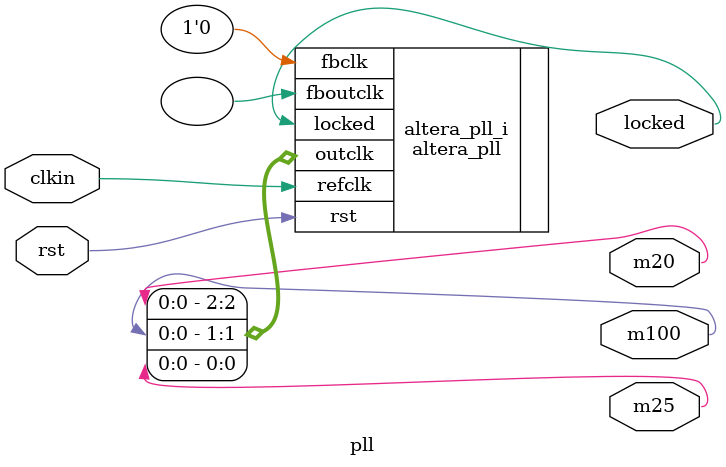
<source format=v>
`timescale 1ns/10ps
module  pll(

	input wire clkin,
	input wire rst,

	output wire m20,
	output wire m25,
	output wire m100,

	output wire locked
);

	altera_pll #(
		.fractional_vco_multiplier("false"),
		.reference_clock_frequency("50.0 MHz"),
		.operation_mode("normal"),
		.number_of_clocks(3),
		.output_clock_frequency0("25.0 MHz"), 
		.phase_shift0("0 ps"),
		.duty_cycle0(50),
		.output_clock_frequency1("100.0 MHz"),
		.phase_shift1("0 ps"),
		.duty_cycle1(50),
		.output_clock_frequency2("20.0 MHz"),
		.phase_shift2("0 ps"),
		.duty_cycle2(50),
		.output_clock_frequency3("0 MHz"),
		.phase_shift3("0 ps"),
		.duty_cycle3(50),
		.output_clock_frequency4("0 MHz"),
		.phase_shift4("0 ps"),
		.duty_cycle4(50),
		.output_clock_frequency5("0 MHz"),
		.phase_shift5("0 ps"),
		.duty_cycle5(50),
		.output_clock_frequency6("0 MHz"),
		.phase_shift6("0 ps"),
		.duty_cycle6(50),
		.output_clock_frequency7("0 MHz"),
		.phase_shift7("0 ps"),
		.duty_cycle7(50),
		.output_clock_frequency8("0 MHz"),
		.phase_shift8("0 ps"),
		.duty_cycle8(50),
		.output_clock_frequency9("0 MHz"),
		.phase_shift9("0 ps"),
		.duty_cycle9(50),
		.output_clock_frequency10("0 MHz"),
		.phase_shift10("0 ps"),
		.duty_cycle10(50),
		.output_clock_frequency11("0 MHz"),
		.phase_shift11("0 ps"),
		.duty_cycle11(50),
		.output_clock_frequency12("0 MHz"),
		.phase_shift12("0 ps"),
		.duty_cycle12(50),
		.output_clock_frequency13("0 MHz"),
		.phase_shift13("0 ps"),
		.duty_cycle13(50),
		.output_clock_frequency14("0 MHz"),
		.phase_shift14("0 ps"),
		.duty_cycle14(50),
		.output_clock_frequency15("0 MHz"),
		.phase_shift15("0 ps"),
		.duty_cycle15(50),
		.output_clock_frequency16("0 MHz"),
		.phase_shift16("0 ps"),
		.duty_cycle16(50),
		.output_clock_frequency17("0 MHz"),
		.phase_shift17("0 ps"),
		.duty_cycle17(50),
		.pll_type("General"),
		.pll_subtype("General")
	) altera_pll_i (
		.rst	(rst),
		.outclk	({m20, m100, m25}),
		.locked	(locked),
		.fboutclk ( ),
		.fbclk	(1'b0),
		.refclk	(clkin)
	);
endmodule

</source>
